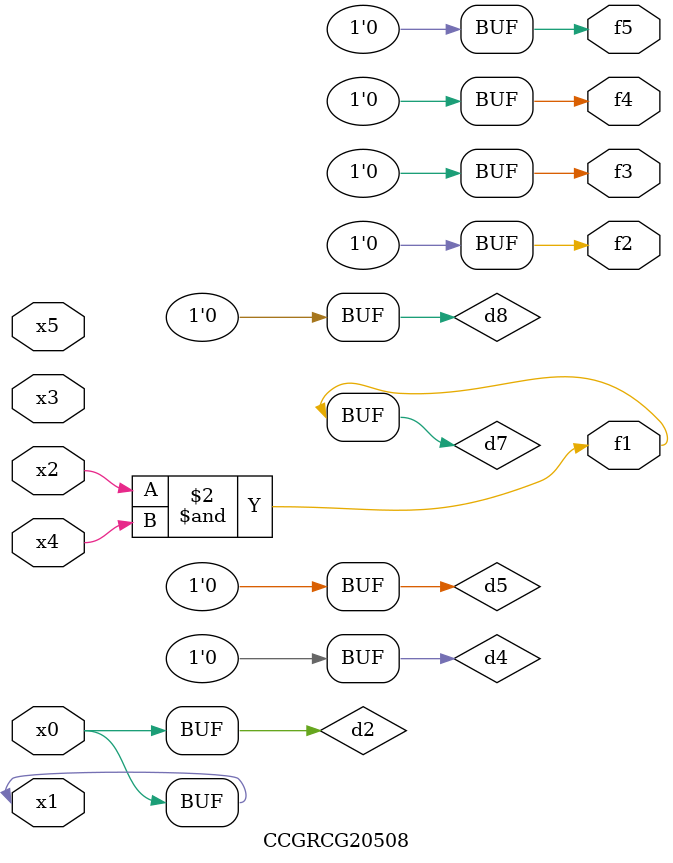
<source format=v>
module CCGRCG20508(
	input x0, x1, x2, x3, x4, x5,
	output f1, f2, f3, f4, f5
);

	wire d1, d2, d3, d4, d5, d6, d7, d8, d9;

	nand (d1, x1);
	buf (d2, x0, x1);
	nand (d3, x2, x4);
	and (d4, d1, d2);
	and (d5, d1, d2);
	nand (d6, d1, d3);
	not (d7, d3);
	xor (d8, d5);
	nor (d9, d5, d6);
	assign f1 = d7;
	assign f2 = d8;
	assign f3 = d8;
	assign f4 = d8;
	assign f5 = d8;
endmodule

</source>
